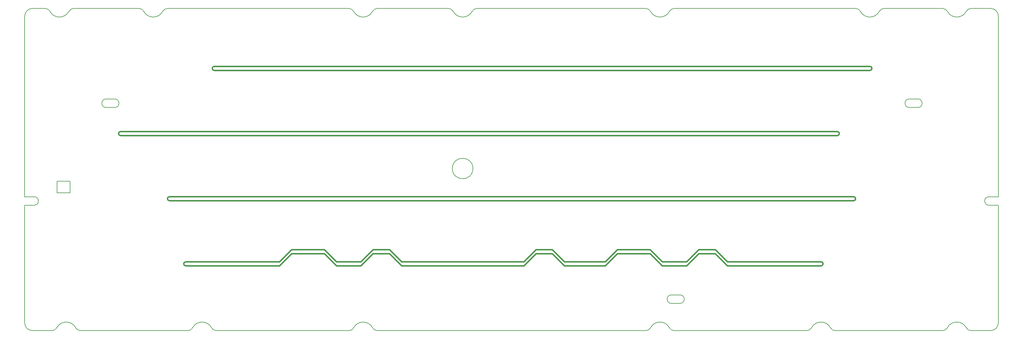
<source format=gbr>
G04 #@! TF.GenerationSoftware,KiCad,Pcbnew,(5.1.10)-1*
G04 #@! TF.CreationDate,2022-03-02T23:20:40+07:00*
G04 #@! TF.ProjectId,averange65,61766572-616e-4676-9536-352e6b696361,rev?*
G04 #@! TF.SameCoordinates,Original*
G04 #@! TF.FileFunction,Profile,NP*
%FSLAX46Y46*%
G04 Gerber Fmt 4.6, Leading zero omitted, Abs format (unit mm)*
G04 Created by KiCad (PCBNEW (5.1.10)-1) date 2022-03-02 23:20:40*
%MOMM*%
%LPD*%
G01*
G04 APERTURE LIST*
G04 #@! TA.AperFunction,Profile*
%ADD10C,0.200000*%
G04 #@! TD*
G04 #@! TA.AperFunction,Profile*
%ADD11C,0.400000*%
G04 #@! TD*
G04 #@! TA.AperFunction,Profile*
%ADD12C,0.150000*%
G04 #@! TD*
G04 APERTURE END LIST*
D10*
X259016362Y-65392532D02*
X261516362Y-65392532D01*
X131221817Y-39748947D02*
G75*
G02*
X132551928Y-38942496I1330034J-693549D01*
G01*
X124305640Y-38942495D02*
X103438928Y-38942496D01*
X181993716Y-38942495D02*
X132551928Y-38942496D01*
X275709494Y-39748948D02*
G75*
G02*
X277039528Y-38942496I1330034J-693548D01*
G01*
X243368140Y-38942495D02*
G75*
G02*
X244698175Y-39748946I1J-1500001D01*
G01*
X259016362Y-67892532D02*
G75*
G02*
X259016362Y-65392532I0J1250000D01*
G01*
X270123675Y-132336044D02*
G75*
G02*
X268793641Y-133142496I-1330034J693548D01*
G01*
X250284318Y-39748948D02*
G75*
G02*
X251614352Y-38942496I1330034J-693548D01*
G01*
X282316362Y-93992532D02*
X285066362Y-93992532D01*
X270123676Y-132336043D02*
G75*
G02*
X275709817Y-132336044I2793070J-1456452D01*
G01*
X277039851Y-133142495D02*
X282816246Y-133142496D01*
X131221816Y-39748948D02*
G75*
G02*
X125635675Y-39748946I-2793070J1456452D01*
G01*
X250284316Y-39748948D02*
G75*
G02*
X244698175Y-39748946I-2793070J1456452D01*
G01*
X285066246Y-130892496D02*
G75*
G02*
X282816246Y-133142496I-2250000J0D01*
G01*
X285066246Y-96492532D02*
X282316362Y-96492532D01*
X277039851Y-133142497D02*
G75*
G02*
X275709817Y-132336044I1J1500001D01*
G01*
X268793316Y-38942495D02*
G75*
G02*
X270123351Y-39748946I1J-1500001D01*
G01*
X282316362Y-96492532D02*
G75*
G02*
X282316362Y-93992532I0J1250000D01*
G01*
X282816246Y-38942496D02*
G75*
G02*
X285066246Y-41192496I0J-2250000D01*
G01*
X237326851Y-133142495D02*
X268793641Y-133142496D01*
X102108894Y-39748948D02*
G75*
G02*
X103438928Y-38942496I1330034J-693548D01*
G01*
X261516362Y-67892532D02*
X259016362Y-67892532D01*
X95192716Y-38942495D02*
G75*
G02*
X96522751Y-39748946I1J-1500001D01*
G01*
X275709492Y-39748948D02*
G75*
G02*
X270123351Y-39748946I-2793070J1456452D01*
G01*
X261516362Y-65392532D02*
G75*
G02*
X261516362Y-67892532I0J-1250000D01*
G01*
X285066246Y-130892496D02*
X285066246Y-96492532D01*
X102108892Y-39748948D02*
G75*
G02*
X96522751Y-39748946I-2793070J1456452D01*
G01*
X124305640Y-38942495D02*
G75*
G02*
X125635675Y-39748946I1J-1500001D01*
G01*
X285066362Y-93992532D02*
X285066246Y-41192496D01*
X282816246Y-38942496D02*
X277039528Y-38942496D01*
X268793316Y-38942495D02*
X251614352Y-38942496D01*
X243368140Y-38942495D02*
X190239928Y-38942496D01*
X190238851Y-133142495D02*
X229080641Y-133142496D01*
X96522675Y-132336044D02*
G75*
G02*
X95192641Y-133142496I-1330034J693548D01*
G01*
X24166362Y-67892532D02*
G75*
G02*
X24166362Y-65392532I0J1250000D01*
G01*
X191966362Y-122692532D02*
G75*
G02*
X191966362Y-125192532I0J-1250000D01*
G01*
X40734316Y-39748948D02*
G75*
G02*
X35148175Y-39748946I-2793070J1456452D01*
G01*
X49435675Y-132336044D02*
G75*
G02*
X48105641Y-133142496I-1330034J693548D01*
G01*
X366245Y-41192496D02*
X366246Y-93992532D01*
X26666362Y-67892532D02*
X24166362Y-67892532D01*
X95192716Y-38942495D02*
X42064352Y-38942496D01*
X103438851Y-133142497D02*
G75*
G02*
X102108817Y-132336044I1J1500001D01*
G01*
X2616246Y-133142497D02*
G75*
G02*
X366245Y-130892496I0J2250001D01*
G01*
X103438851Y-133142495D02*
X181992641Y-133142496D01*
X49435676Y-132336043D02*
G75*
G02*
X55021817Y-132336044I2793070J-1456452D01*
G01*
X6393140Y-38942495D02*
G75*
G02*
X7723175Y-39748946I1J-1500001D01*
G01*
X6393140Y-38942495D02*
X2616246Y-38942496D01*
X183322676Y-132336043D02*
G75*
G02*
X188908817Y-132336044I2793070J-1456452D01*
G01*
X56351851Y-133142497D02*
G75*
G02*
X55021817Y-132336044I1J1500001D01*
G01*
X14639352Y-38942496D02*
X33818140Y-38942495D01*
X26666362Y-65392532D02*
G75*
G02*
X26666362Y-67892532I0J-1250000D01*
G01*
X131416362Y-85742532D02*
G75*
G03*
X131416362Y-85742532I-3000000J0D01*
G01*
X189466362Y-125192532D02*
X191966362Y-125192532D01*
X33818140Y-38942495D02*
G75*
G02*
X35148175Y-39748946I1J-1500001D01*
G01*
X13309316Y-39748948D02*
G75*
G02*
X7723175Y-39748946I-2793070J1456452D01*
G01*
X9722675Y-132336044D02*
G75*
G02*
X8392641Y-133142496I-1330034J693548D01*
G01*
X3116362Y-96492532D02*
X366362Y-96492532D01*
X96522676Y-132336043D02*
G75*
G02*
X102108817Y-132336044I2793070J-1456452D01*
G01*
X13309318Y-39748948D02*
G75*
G02*
X14639352Y-38942496I1330034J-693548D01*
G01*
X366362Y-96492532D02*
X366246Y-130892496D01*
X16638851Y-133142495D02*
X48105641Y-133142496D01*
X16638851Y-133142497D02*
G75*
G02*
X15308817Y-132336044I1J1500001D01*
G01*
X24166362Y-65392532D02*
X26666362Y-65392532D01*
X183322675Y-132336044D02*
G75*
G02*
X181992641Y-133142496I-1330034J693548D01*
G01*
X191966362Y-122692532D02*
X189466362Y-122692532D01*
X190238851Y-133142497D02*
G75*
G02*
X188908817Y-132336044I1J1500001D01*
G01*
X56351851Y-133142495D02*
X95192641Y-133142496D01*
X189466362Y-125192532D02*
G75*
G02*
X189466362Y-122692532I0J1250000D01*
G01*
X366246Y-41192496D02*
G75*
G02*
X2616246Y-38942496I2250000J0D01*
G01*
X3116362Y-93992532D02*
G75*
G02*
X3116362Y-96492532I0J-1250000D01*
G01*
X366246Y-93992532D02*
X3116362Y-93992532D01*
X9722676Y-132336043D02*
G75*
G02*
X15308817Y-132336044I2793070J-1456452D01*
G01*
X2616246Y-133142496D02*
X8392641Y-133142496D01*
X40734318Y-39748948D02*
G75*
G02*
X42064352Y-38942496I1330034J-693548D01*
G01*
X230410675Y-132336044D02*
G75*
G02*
X229080641Y-133142496I-1330034J693548D01*
G01*
X188909894Y-39748948D02*
G75*
G02*
X190239928Y-38942496I1330034J-693548D01*
G01*
X181993716Y-38942495D02*
G75*
G02*
X183323751Y-39748946I1J-1500001D01*
G01*
X237326851Y-133142497D02*
G75*
G02*
X235996817Y-132336044I1J1500001D01*
G01*
X230410676Y-132336043D02*
G75*
G02*
X235996817Y-132336044I2793070J-1456452D01*
G01*
X188909892Y-39748948D02*
G75*
G02*
X183323751Y-39748946I-2793070J1456452D01*
G01*
D11*
X158195020Y-113018020D02*
X170101320Y-113018020D01*
X149860610Y-109446130D02*
X154623130Y-109446130D01*
X146288720Y-113018020D02*
X149860610Y-109446130D01*
X154623130Y-109446130D02*
X158195020Y-113018020D01*
X158195020Y-114218020D02*
X170101320Y-114218020D01*
X146288720Y-114218020D02*
X149860610Y-110646130D01*
X149860610Y-110646130D02*
X154623130Y-110646130D01*
X154623130Y-110646130D02*
X158195020Y-114218020D01*
X91519880Y-114218020D02*
X98663520Y-114218020D01*
X91519880Y-113018020D02*
X98663520Y-113018020D01*
X98663520Y-113018020D02*
X102235410Y-109446130D01*
X102235410Y-109446130D02*
X106997930Y-109446130D01*
X106997930Y-109446130D02*
X110569820Y-113018020D01*
X98663520Y-114218020D02*
X102235410Y-110646130D01*
X102235410Y-110646130D02*
X106997930Y-110646130D01*
X106997930Y-110646130D02*
X110569820Y-114218020D01*
X173673210Y-109446130D02*
X183198390Y-109446130D01*
X173673210Y-110646130D02*
X183198390Y-110646130D01*
X47466250Y-114218020D02*
G75*
G02*
X47466250Y-113018020I0J600000D01*
G01*
X193914060Y-113018020D02*
X197485950Y-109446130D01*
X78422950Y-109446130D02*
X87947990Y-109446130D01*
X47466250Y-113018020D02*
X74851060Y-113018020D01*
X74851060Y-113018020D02*
X78422950Y-109446130D01*
X183198390Y-109446130D02*
X186770280Y-113018020D01*
X87947990Y-109446130D02*
X91519880Y-113018020D01*
X170101320Y-113018020D02*
X173673210Y-109446130D01*
X146288720Y-113018020D02*
X110569820Y-113018020D01*
X193914060Y-113018020D02*
X186770280Y-113018020D01*
X193914060Y-114218020D02*
X197485950Y-110646130D01*
X197485950Y-110646130D02*
X202248470Y-110646130D01*
X197485950Y-109446130D02*
X202248470Y-109446130D01*
X87947990Y-110646130D02*
X91519880Y-114218020D01*
X202248470Y-109446130D02*
X205820360Y-113018020D01*
X202248470Y-110646130D02*
X205820360Y-114218020D01*
X170101320Y-114218020D02*
X173673210Y-110646130D01*
X146288720Y-114218020D02*
X110569820Y-114218020D01*
X233204326Y-113017680D02*
X205820360Y-113018020D01*
X233204326Y-113017680D02*
G75*
G02*
X233204326Y-114217680I0J-600000D01*
G01*
X193914060Y-114218020D02*
X186770280Y-114218020D01*
X233204326Y-114217680D02*
X205820360Y-114218020D01*
X242729374Y-93967596D02*
X42704210Y-93967608D01*
X42704210Y-95167608D02*
G75*
G02*
X42704210Y-93967608I0J600000D01*
G01*
X242729374Y-93967596D02*
G75*
G02*
X242729374Y-95167596I0J-600000D01*
G01*
X242729374Y-95167596D02*
X42704210Y-95167608D01*
X237966494Y-74917512D02*
G75*
G02*
X237966494Y-76117512I0J-600000D01*
G01*
X237966494Y-74917512D02*
X28416330Y-74917524D01*
X237966494Y-76117512D02*
X28416330Y-76117524D01*
X28416330Y-76117524D02*
G75*
G02*
X28416330Y-74917524I0J600000D01*
G01*
X247491434Y-55867500D02*
G75*
G02*
X247491434Y-57067500I0J-600000D01*
G01*
X247491434Y-57067500D02*
X55800664Y-57067512D01*
X247491434Y-55867500D02*
X55800664Y-55867512D01*
X55800664Y-57067512D02*
G75*
G02*
X55800664Y-55867512I0J600000D01*
G01*
X183198390Y-110646130D02*
X186770280Y-114218020D01*
X47466250Y-114218020D02*
X74851060Y-114218020D01*
X78422950Y-110646130D02*
X87947990Y-110646130D01*
X74851060Y-114218020D02*
X78422950Y-110646130D01*
D12*
X9847502Y-89422532D02*
X13647502Y-89422532D01*
X9847502Y-89422532D02*
X9847502Y-92822532D01*
X9847502Y-92822532D02*
X13647502Y-92822532D01*
X13647502Y-89422532D02*
X13647502Y-92822532D01*
M02*

</source>
